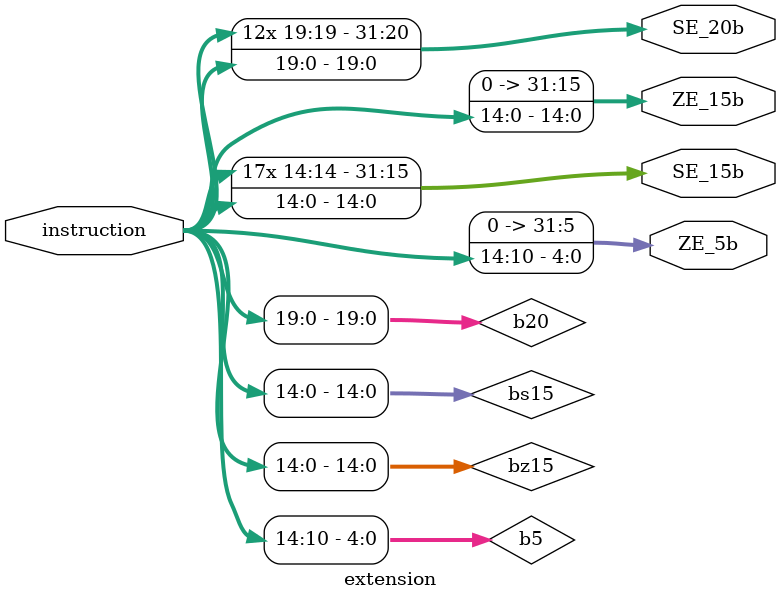
<source format=sv>
`timescale 1ns/10ps
module extension(instruction, ZE_5b, SE_15b, ZE_15b, SE_20b);
    input logic [31:0] instruction;
    
    logic [4:0] b5;
    assign b5 = instruction[14:10];
    
    logic [14:0] bz15;
    assign bz15 = instruction[14:0];
    
    logic [14:0] bs15;
    assign bs15 = instruction[14:0];
    
    logic [19:0] b20;
    assign b20 = instruction [19:0];
    
    output  logic [31:0] ZE_5b, SE_15b, ZE_15b, SE_20b;
    
    assign ZE_5b = {27'b0,b5 };
    assign SE_15b = {{17{bs15[14]}},bs15 };
    assign ZE_15b = {17'b0, bz15 };
    assign SE_20b = {{12{b20[19]}}, b20 };
endmodule
</source>
